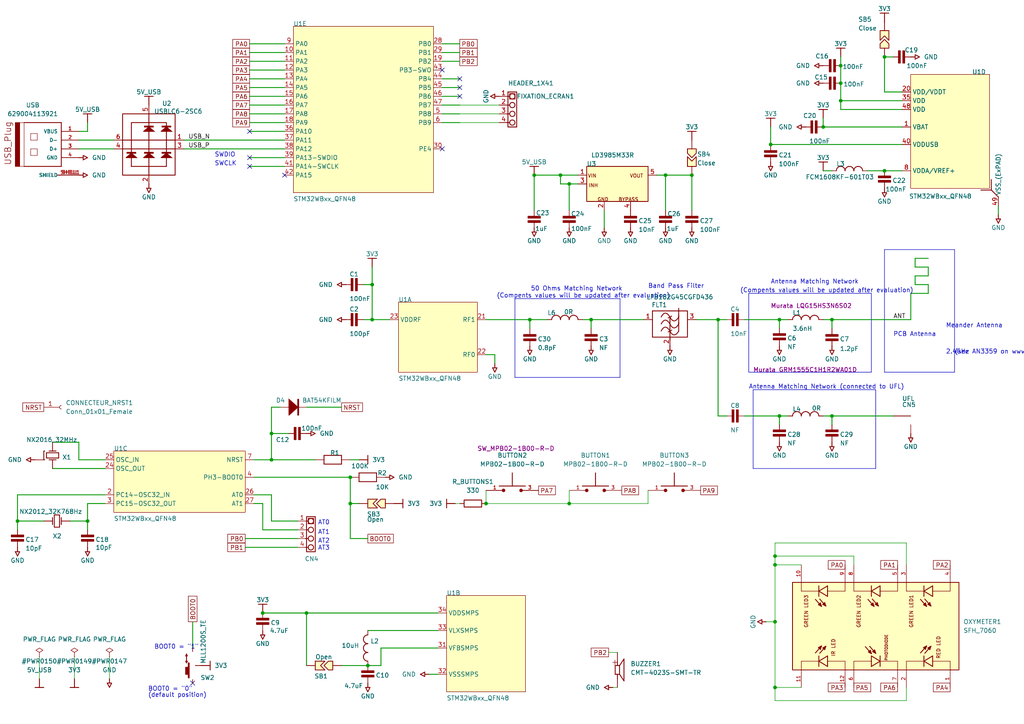
<source format=kicad_sch>
(kicad_sch (version 20211123) (generator eeschema)
  (paper "A4")
  (title_block (title "STM32WB55CG USB Dongle Schematic"))
  (junction (at 5.08 151.13))
  (junction (at 101.6 146.05))
  (junction (at 224.79 180.34))
  (junction (at 106.68 193.04))
  (junction (at 153.67 92.71))
  (junction (at 78.74 133.35))
  (junction (at 76.2 177.8))
  (junction (at 241.3 92.71))
  (junction (at 243.84 29.21))
  (junction (at 162.56 50.8))
  (junction (at 256.54 49.53))
  (junction (at 256.54 16.51))
  (junction (at 154.94 50.8))
  (junction (at 88.9 177.8))
  (junction (at 107.95 82.55))
  (junction (at 224.79 199.39))
  (junction (at 241.3 120.65))
  (junction (at 224.79 163.83))
  (junction (at 165.1 53.34))
  (junction (at 224.79 161.29))
  (junction (at 200.66 50.8))
  (junction (at 226.06 92.71))
  (junction (at 226.06 120.65))
  (junction (at 140.97 146.05))
  (junction (at 171.45 92.71))
  (junction (at 193.04 50.8))
  (junction (at 165.1 146.05))
  (junction (at 101.6 138.43))
  (junction (at 238.76 36.83))
  (junction (at 243.84 24.13))
  (junction (at 78.74 125.73))
  (junction (at 223.52 41.91))
  (junction (at 243.84 19.05))
  (junction (at 107.95 92.71))
  (junction (at 208.28 92.71))
  (junction (at 25.4 151.13))
  (no_connect (at 55.88 198.12))
  (no_connect (at 133.35 22.86))
  (no_connect (at 128.27 43.18))
  (no_connect (at 72.39 38.1))
  (no_connect (at 128.27 20.32))
  (no_connect (at 72.39 45.72))
  (no_connect (at 133.35 27.94))
  (no_connect (at 72.39 48.26))
  (no_connect (at 82.55 50.8))
  (no_connect (at 133.35 25.4))
  (wire (pts (xy 256.54 16.51) (xy 256.54 26.67)) (stroke (width 0.254)))
  (wire (pts (xy 106.68 156.21) (xy 101.6 156.21)) (stroke (width 0.254)))
  (polyline (pts (xy 276.86 72.39) (xy 256.54 72.39)) (stroke (width 0) (type solid)))
  (wire (pts (xy 153.67 95.25) (xy 153.67 92.71)) (stroke (width 0.254)))
  (wire (pts (xy 76.2 177.8) (xy 88.9 177.8)) (stroke (width 0.254)))
  (wire (pts (xy 106.68 182.88) (xy 127 182.88)) (stroke (width 0.254)))
  (wire (pts (xy 154.94 50.8) (xy 154.94 60.96)) (stroke (width 0.254)))
  (wire (pts (xy 107.95 82.55) (xy 105.41 82.55)) (stroke (width 0.254)))
  (wire (pts (xy 128.27 33.02) (xy 133.35 33.02)) (stroke (width 0.254)))
  (polyline (pts (xy 218.44 135.89) (xy 254 135.89)) (stroke (width 0) (type solid)))
  (wire (pts (xy 215.9 120.65) (xy 226.06 120.65)) (stroke (width 0.254)))
  (wire (pts (xy 140.97 146.05) (xy 165.1 146.05)))
  (wire (pts (xy 224.79 161.29) (xy 224.79 163.83)))
  (polyline (pts (xy 217.17 107.95) (xy 252.73 107.95)) (stroke (width 0) (type solid)))
  (wire (pts (xy 72.39 38.1) (xy 82.55 38.1)) (stroke (width 0.254)))
  (wire (pts (xy 133.35 33.02) (xy 144.78 33.02)))
  (wire (pts (xy 128.27 35.56) (xy 133.35 35.56)) (stroke (width 0.254)))
  (wire (pts (xy 262.89 157.48) (xy 224.79 157.48)))
  (wire (pts (xy 82.55 48.26) (xy 72.39 48.26)) (stroke (width 0.254)))
  (wire (pts (xy 222.25 180.34) (xy 224.79 180.34)))
  (wire (pts (xy 261.62 41.91) (xy 223.52 41.91)) (stroke (width 0.254)))
  (wire (pts (xy 247.65 161.29) (xy 224.79 161.29)))
  (wire (pts (xy 269.24 82.55) (xy 265.43 82.55)) (stroke (width 0.254)))
  (wire (pts (xy 133.35 30.48) (xy 144.78 30.48)))
  (wire (pts (xy 223.52 41.91) (xy 223.52 36.83)) (stroke (width 0.254)))
  (wire (pts (xy 78.74 143.51) (xy 73.66 143.51)) (stroke (width 0.254)))
  (wire (pts (xy 262.89 163.83) (xy 262.89 157.48)))
  (wire (pts (xy 5.08 151.13) (xy 5.08 143.51)) (stroke (width 0.254)))
  (wire (pts (xy 187.96 146.05) (xy 187.96 142.24)))
  (wire (pts (xy 171.45 95.25) (xy 171.45 92.71)) (stroke (width 0.254)))
  (wire (pts (xy 128.27 15.24) (xy 133.35 15.24)) (stroke (width 0.254)))
  (wire (pts (xy 226.06 95.25) (xy 226.06 92.71)) (stroke (width 0.254)))
  (wire (pts (xy 269.24 85.09) (xy 269.24 82.55)) (stroke (width 0.254)))
  (wire (pts (xy 224.79 199.39) (xy 224.79 203.2)))
  (wire (pts (xy 208.28 120.65) (xy 208.28 92.71)) (stroke (width 0.254)))
  (wire (pts (xy 78.74 118.11) (xy 78.74 125.73)) (stroke (width 0.254)))
  (wire (pts (xy 167.64 50.8) (xy 162.56 50.8)) (stroke (width 0.254)))
  (wire (pts (xy 30.48 133.35) (xy 22.86 133.35)) (stroke (width 0.254)))
  (wire (pts (xy 165.1 146.05) (xy 187.96 146.05)))
  (wire (pts (xy 30.48 146.05) (xy 25.4 146.05)) (stroke (width 0.254)))
  (wire (pts (xy 140.97 142.24) (xy 140.97 146.05)))
  (wire (pts (xy 241.3 95.25) (xy 241.3 92.71)) (stroke (width 0.254)))
  (wire (pts (xy 128.27 27.94) (xy 133.35 27.94)) (stroke (width 0.254)))
  (wire (pts (xy 224.79 163.83) (xy 224.79 180.34)))
  (polyline (pts (xy 149.352 109.474) (xy 179.832 109.474)) (stroke (width 0) (type solid)))
  (wire (pts (xy 72.39 33.02) (xy 82.55 33.02)) (stroke (width 0.254)))
  (wire (pts (xy 241.3 49.53) (xy 238.76 49.53)) (stroke (width 0.254)))
  (polyline (pts (xy 218.44 135.89) (xy 218.44 113.03)) (stroke (width 0) (type solid)))
  (wire (pts (xy 243.84 19.05) (xy 243.84 16.51)) (stroke (width 0.254)))
  (wire (pts (xy 226.06 92.71) (xy 228.6 92.71)) (stroke (width 0.254)))
  (wire (pts (xy 91.44 133.35) (xy 78.74 133.35)) (stroke (width 0.254)))
  (wire (pts (xy 243.84 24.13) (xy 243.84 19.05)) (stroke (width 0.254)))
  (wire (pts (xy 78.74 133.35) (xy 73.66 133.35)) (stroke (width 0.254)))
  (wire (pts (xy 226.06 123.19) (xy 226.06 120.65)) (stroke (width 0.254)))
  (wire (pts (xy 140.97 92.71) (xy 153.67 92.71)) (stroke (width 0.254)))
  (wire (pts (xy 30.48 135.89) (xy 15.24 135.89)) (stroke (width 0.254)))
  (wire (pts (xy 72.39 25.4) (xy 82.55 25.4)) (stroke (width 0.254)))
  (wire (pts (xy 71.12 156.21) (xy 86.36 156.21)) (stroke (width 0.254)))
  (wire (pts (xy 33.02 43.18) (xy 22.86 43.18)) (stroke (width 0.254)))
  (wire (pts (xy 133.35 35.56) (xy 144.78 35.56)))
  (wire (pts (xy 25.4 151.13) (xy 20.32 151.13)) (stroke (width 0.254)))
  (wire (pts (xy 72.39 15.24) (xy 82.55 15.24)) (stroke (width 0.254)))
  (wire (pts (xy 124.46 195.58) (xy 127 195.58)) (stroke (width 0.254)))
  (wire (pts (xy 168.91 92.71) (xy 171.45 92.71)) (stroke (width 0.254)))
  (wire (pts (xy 153.67 92.71) (xy 158.75 92.71)) (stroke (width 0.254)))
  (wire (pts (xy 5.08 153.67) (xy 5.08 151.13)) (stroke (width 0.254)))
  (polyline (pts (xy 254 113.03) (xy 254 135.89)) (stroke (width 0) (type solid)))
  (wire (pts (xy 25.4 35.56) (xy 25.4 38.1)) (stroke (width 0.254)))
  (wire (pts (xy 261.62 49.53) (xy 256.54 49.53)) (stroke (width 0.254)))
  (wire (pts (xy 232.41 163.83) (xy 224.79 163.83)))
  (wire (pts (xy 238.76 36.83) (xy 238.76 34.29)) (stroke (width 0.254)))
  (wire (pts (xy 210.82 120.65) (xy 208.28 120.65)) (stroke (width 0.254)))
  (wire (pts (xy 165.1 60.96) (xy 165.1 53.34)) (stroke (width 0.254)))
  (wire (pts (xy 243.84 29.21) (xy 243.84 24.13)) (stroke (width 0.254)))
  (wire (pts (xy 81.28 118.11) (xy 78.74 118.11)) (stroke (width 0.254)))
  (wire (pts (xy 269.24 77.47) (xy 265.43 77.47)) (stroke (width 0.254)))
  (wire (pts (xy 86.36 151.13) (xy 78.74 151.13)) (stroke (width 0.254)))
  (wire (pts (xy 107.95 82.55) (xy 107.95 92.71)) (stroke (width 0.254)))
  (wire (pts (xy 162.56 53.34) (xy 162.56 50.8)) (stroke (width 0.254)))
  (wire (pts (xy 106.68 193.04) (xy 99.06 193.04)) (stroke (width 0.254)))
  (wire (pts (xy 101.6 156.21) (xy 101.6 146.05)) (stroke (width 0.254)))
  (wire (pts (xy 128.27 17.78) (xy 133.35 17.78)) (stroke (width 0.254)))
  (wire (pts (xy 140.97 102.87) (xy 143.51 102.87)) (stroke (width 0.254)))
  (polyline (pts (xy 256.54 107.95) (xy 256.54 72.39)) (stroke (width 0) (type solid)))
  (wire (pts (xy 107.95 92.71) (xy 113.03 92.71)) (stroke (width 0.254)))
  (wire (pts (xy 261.62 31.75) (xy 243.84 31.75)) (stroke (width 0.254)))
  (wire (pts (xy 265.43 80.01) (xy 269.24 80.01)) (stroke (width 0.254)))
  (wire (pts (xy 128.27 30.48) (xy 133.35 30.48)) (stroke (width 0.254)))
  (polyline (pts (xy 252.73 85.09) (xy 252.73 107.95)) (stroke (width 0) (type solid)))
  (wire (pts (xy 256.54 26.67) (xy 261.62 26.67)) (stroke (width 0.254)))
  (wire (pts (xy 73.66 146.05) (xy 76.2 146.05)) (stroke (width 0.254)))
  (wire (pts (xy 165.1 146.05) (xy 165.1 142.24)))
  (wire (pts (xy 241.3 92.71) (xy 264.16 92.71)) (stroke (width 0.254)))
  (polyline (pts (xy 149.352 109.474) (xy 149.352 86.614)) (stroke (width 0) (type solid)))
  (wire (pts (xy 167.64 53.34) (xy 165.1 53.34)) (stroke (width 0.254)))
  (wire (pts (xy 88.9 118.11) (xy 99.06 118.11)) (stroke (width 0.254)))
  (wire (pts (xy 264.16 85.09) (xy 269.24 85.09)) (stroke (width 0.254)))
  (polyline (pts (xy 254 113.03) (xy 218.44 113.03)) (stroke (width 0) (type solid)))
  (wire (pts (xy 107.95 92.71) (xy 105.41 92.71)) (stroke (width 0.254)))
  (wire (pts (xy 88.9 177.8) (xy 127 177.8)) (stroke (width 0.254)))
  (wire (pts (xy 215.9 92.71) (xy 226.06 92.71)) (stroke (width 0.254)))
  (wire (pts (xy 241.3 123.19) (xy 241.3 120.65)) (stroke (width 0.254)))
  (wire (pts (xy 226.06 120.65) (xy 228.6 120.65)) (stroke (width 0.254)))
  (wire (pts (xy 269.24 80.01) (xy 269.24 77.47)) (stroke (width 0.254)))
  (wire (pts (xy 101.6 146.05) (xy 101.6 138.43)) (stroke (width 0.254)))
  (wire (pts (xy 190.5 50.8) (xy 193.04 50.8)) (stroke (width 0.254)))
  (wire (pts (xy 104.14 146.05) (xy 101.6 146.05)) (stroke (width 0.254)))
  (wire (pts (xy 12.7 151.13) (xy 5.08 151.13)) (stroke (width 0.254)))
  (wire (pts (xy 25.4 146.05) (xy 25.4 151.13)) (stroke (width 0.254)))
  (wire (pts (xy 128.27 12.7) (xy 133.35 12.7)) (stroke (width 0.254)))
  (polyline (pts (xy 256.54 107.95) (xy 276.86 107.95)) (stroke (width 0) (type solid)))
  (wire (pts (xy 128.27 22.86) (xy 133.35 22.86)) (stroke (width 0.254)))
  (wire (pts (xy 243.84 31.75) (xy 243.84 29.21)) (stroke (width 0.254)))
  (wire (pts (xy 25.4 38.1) (xy 22.86 38.1)) (stroke (width 0.254)))
  (wire (pts (xy 25.4 151.13) (xy 25.4 153.67)) (stroke (width 0.254)))
  (wire (pts (xy 72.39 12.7) (xy 82.55 12.7)) (stroke (width 0.254)))
  (wire (pts (xy 22.86 133.35) (xy 22.86 128.27)) (stroke (width 0.254)))
  (wire (pts (xy 101.6 133.35) (xy 104.14 133.35)) (stroke (width 0.254)))
  (wire (pts (xy 132.08 146.05) (xy 133.35 146.05)))
  (wire (pts (xy 262.89 203.2) (xy 224.79 203.2)))
  (wire (pts (xy 261.62 36.83) (xy 238.76 36.83)) (stroke (width 0.254)))
  (wire (pts (xy 289.56 62.23) (xy 289.56 59.69)) (stroke (width 0.254)))
  (wire (pts (xy 171.45 92.71) (xy 186.69 92.71)) (stroke (width 0.254)))
  (wire (pts (xy 21.59 190.5) (xy 21.59 196.85)))
  (wire (pts (xy 72.39 22.86) (xy 82.55 22.86)) (stroke (width 0.254)))
  (wire (pts (xy 261.62 29.21) (xy 243.84 29.21)) (stroke (width 0.254)))
  (wire (pts (xy 193.04 50.8) (xy 200.66 50.8)) (stroke (width 0.254)))
  (wire (pts (xy 224.79 180.34) (xy 224.79 199.39)))
  (wire (pts (xy 127 187.96) (xy 110.49 187.96)) (stroke (width 0.254)))
  (wire (pts (xy 128.27 25.4) (xy 133.35 25.4)) (stroke (width 0.254)))
  (wire (pts (xy 238.76 92.71) (xy 241.3 92.71)) (stroke (width 0.254)))
  (polyline (pts (xy 276.86 72.39) (xy 276.86 107.95)) (stroke (width 0) (type solid)))
  (wire (pts (xy 177.8 199.39) (xy 179.07 199.39)))
  (wire (pts (xy 201.93 92.71) (xy 208.28 92.71)) (stroke (width 0.254)))
  (wire (pts (xy 72.39 27.94) (xy 82.55 27.94)) (stroke (width 0.254)))
  (wire (pts (xy 83.82 125.73) (xy 78.74 125.73)) (stroke (width 0.254)))
  (wire (pts (xy 175.26 60.96) (xy 175.26 66.04)) (stroke (width 0.254)))
  (wire (pts (xy 256.54 49.53) (xy 251.46 49.53)) (stroke (width 0.254)))
  (wire (pts (xy 265.43 82.55) (xy 265.43 80.01)) (stroke (width 0.254)))
  (wire (pts (xy 107.95 77.47) (xy 107.95 82.55)) (stroke (width 0.254)))
  (wire (pts (xy 76.2 146.05) (xy 76.2 153.67)) (stroke (width 0.254)))
  (wire (pts (xy 265.43 74.93) (xy 269.24 74.93)) (stroke (width 0.254)))
  (polyline (pts (xy 179.832 86.614) (xy 179.832 109.474)) (stroke (width 0) (type solid)))
  (wire (pts (xy 241.3 120.65) (xy 259.08 120.65)) (stroke (width 0.254)))
  (wire (pts (xy 247.65 163.83) (xy 247.65 161.29)))
  (wire (pts (xy 55.88 180.34) (xy 55.88 187.96)) (stroke (width 0.254)))
  (wire (pts (xy 176.53 189.23) (xy 179.07 189.23)))
  (wire (pts (xy 72.39 17.78) (xy 82.55 17.78)) (stroke (width 0.254)))
  (polyline (pts (xy 217.17 107.95) (xy 217.17 85.09)) (stroke (width 0) (type solid)))
  (wire (pts (xy 208.28 92.71) (xy 210.82 92.71)) (stroke (width 0.254)))
  (wire (pts (xy 224.79 199.39) (xy 232.41 199.39)))
  (wire (pts (xy 265.43 77.47) (xy 265.43 74.93)) (stroke (width 0.254)))
  (wire (pts (xy 193.04 60.96) (xy 193.04 50.8)) (stroke (width 0.254)))
  (wire (pts (xy 200.66 60.96) (xy 200.66 50.8)) (stroke (width 0.254)))
  (wire (pts (xy 165.1 53.34) (xy 162.56 53.34)) (stroke (width 0.254)))
  (wire (pts (xy 162.56 50.8) (xy 154.94 50.8)) (stroke (width 0.254)))
  (wire (pts (xy 72.39 35.56) (xy 82.55 35.56)) (stroke (width 0.254)))
  (wire (pts (xy 264.16 92.71) (xy 264.16 85.09)) (stroke (width 0.254)))
  (wire (pts (xy 262.89 199.39) (xy 262.89 203.2)))
  (wire (pts (xy 88.9 193.04) (xy 88.9 177.8)) (stroke (width 0.254)))
  (wire (pts (xy 22.86 128.27) (xy 15.24 128.27)) (stroke (width 0.254)))
  (wire (pts (xy 53.34 43.18) (xy 82.55 43.18)) (stroke (width 0.254)))
  (wire (pts (xy 31.75 190.5) (xy 31.75 196.85)))
  (wire (pts (xy 110.49 193.04) (xy 106.68 193.04)) (stroke (width 0.254)))
  (wire (pts (xy 143.51 102.87) (xy 143.51 105.41)) (stroke (width 0.254)))
  (wire (pts (xy 110.49 187.96) (xy 110.49 193.04)) (stroke (width 0.254)))
  (wire (pts (xy 101.6 138.43) (xy 73.66 138.43)) (stroke (width 0.254)))
  (wire (pts (xy 72.39 20.32) (xy 82.55 20.32)) (stroke (width 0.254)))
  (polyline (pts (xy 252.73 85.09) (xy 217.17 85.09)) (stroke (width 0) (type solid)))
  (wire (pts (xy 72.39 30.48) (xy 82.55 30.48)) (stroke (width 0.254)))
  (wire (pts (xy 53.34 40.64) (xy 82.55 40.64)) (stroke (width 0.254)))
  (wire (pts (xy 78.74 125.73) (xy 78.74 133.35)) (stroke (width 0.254)))
  (wire (pts (xy 238.76 120.65) (xy 241.3 120.65)) (stroke (width 0.254)))
  (polyline (pts (xy 179.832 86.614) (xy 149.352 86.614)) (stroke (width 0) (type solid)))
  (wire (pts (xy 5.08 143.51) (xy 30.48 143.51)) (stroke (width 0.254)))
  (wire (pts (xy 259.08 16.51) (xy 256.54 16.51)) (stroke (width 0.254)))
  (wire (pts (xy 11.43 190.5) (xy 11.43 196.85)))
  (wire (pts (xy 72.39 45.72) (xy 82.55 45.72)) (stroke (width 0.254)))
  (wire (pts (xy 78.74 151.13) (xy 78.74 143.51)) (stroke (width 0.254)))
  (wire (pts (xy 76.2 153.67) (xy 86.36 153.67)) (stroke (width 0.254)))
  (wire (pts (xy 22.86 40.64) (xy 33.02 40.64)) (stroke (width 0.254)))
  (wire (pts (xy 71.12 158.75) (xy 86.36 158.75)) (stroke (width 0.254)))
  (wire (pts (xy 224.79 157.48) (xy 224.79 161.29)))
  (text "(Compents values will be updated after evaluation)" (at 214.63 85.09 0) (effects (font (size 1.27 1.27)) (justify left bottom)))
  (text "AT3" (at 92.202 159.766 180) (effects (font (size 1.27 1.27)) (justify left bottom)))
  (text "Band Pass Filter" (at 187.96 83.82 180) (effects (font (size 1.27 1.27)) (justify left bottom)))
  (text "PCB Antenna" (at 259.08 97.79 180) (effects (font (size 1.27 1.27)) (justify left bottom)))
  (text "SWDIO" (at 62.23 45.72 180) (effects (font (size 1.27 1.27)) (justify left bottom)))
  (text "(default position)" (at 42.926 202.438 180) (effects (font (size 1.27 1.27)) (justify left bottom)))
  (text "AT0" (at 92.202 152.4 180) (effects (font (size 1.27 1.27)) (justify left bottom)))
  (text "Antenna Matching Network" (at 223.52 82.55 180) (effects (font (size 1.27 1.27)) (justify left bottom)))
  (text "Antenna Matching Network (connected to UFL)" (at 217.17 113.03 180) (effects (font (size 1.27 1.27)) (justify left bottom)))
  (text "AT1" (at 92.202 155.194 180) (effects (font (size 1.27 1.27)) (justify left bottom)))
  (text "(see AN3359 on www.st.com)" (at 276.86 102.87 180) (effects (font (size 1.27 1.27)) (justify left bottom)))
  (text "2.4GHz" (at 274.32 102.87 180) (effects (font (size 1.27 1.27)) (justify left bottom)))
  (text "BOOT0 = \"0\"" (at 42.926 200.66 180) (effects (font (size 1.27 1.27)) (justify left bottom)))
  (text "50 Ohms Matching Network" (at 153.924 84.582 180) (effects (font (size 1.27 1.27)) (justify left bottom)))
  (text "AT2" (at 92.202 157.734 180) (effects (font (size 1.27 1.27)) (justify left bottom)))
  (text "BOOT0 = \"1\"" (at 44.704 188.468 180) (effects (font (size 1.27 1.27)) (justify left bottom)))
  (text "SWCLK" (at 62.23 48.26 180) (effects (font (size 1.27 1.27)) (justify left bottom)))
  (text "Meander Antenna" (at 274.32 95.25 180) (effects (font (size 1.27 1.27)) (justify left bottom)))
  (text "(Compents values will be updated after evaluation)" (at 144.018 86.614 0) (effects (font (size 1.27 1.27)) (justify left bottom)))
  (label "ANT" (at 259.08 92.71 0))
  (label "USB_P" (at 54.61 43.18 0))
  (label "USB_N" (at 54.61 40.64 0))
  (global_label "PA4" (shape passive) (at 275.59 199.39 180) (property "Intersheet References" "${INTERSHEET_REFS}" (effects hide)))
  (global_label "NRST" (shape passive) (at 99.06 118.11 0) (property "Intersheet References" "${INTERSHEET_REFS}" (effects hide)))
  (global_label "PA8" (shape passive) (at 180.34 142.24 0) (property "Intersheet References" "${INTERSHEET_REFS}" (effects hide)))
  (global_label "PA1" (shape passive) (at 72.39 15.24 180) (property "Intersheet References" "${INTERSHEET_REFS}" (effects hide)))
  (global_label "PA7" (shape passive) (at 72.39 30.48 180) (property "Intersheet References" "${INTERSHEET_REFS}" (effects hide)))
  (global_label "PA9" (shape passive) (at 72.39 35.56 180) (property "Intersheet References" "${INTERSHEET_REFS}" (effects hide)))
  (global_label "PB1" (shape passive) (at 133.35 15.24 0) (property "Intersheet References" "${INTERSHEET_REFS}" (effects hide)))
  (global_label "PA3" (shape passive) (at 72.39 20.32 180) (property "Intersheet References" "${INTERSHEET_REFS}" (effects hide)))
  (global_label "PA5" (shape passive) (at 247.65 199.39 0) (property "Intersheet References" "${INTERSHEET_REFS}" (effects hide)))
  (global_label "PA2" (shape passive) (at 72.39 17.78 180) (property "Intersheet References" "${INTERSHEET_REFS}" (effects hide)))
  (global_label "PB2" (shape passive) (at 133.35 17.78 0) (property "Intersheet References" "${INTERSHEET_REFS}" (effects hide)))
  (global_label "PB0" (shape passive) (at 71.12 156.21 180) (property "Intersheet References" "${INTERSHEET_REFS}" (effects hide)))
  (global_label "PB2" (shape passive) (at 176.53 189.23 180) (property "Intersheet References" "${INTERSHEET_REFS}" (effects hide)))
  (global_label "PA4" (shape passive) (at 72.39 22.86 180) (property "Intersheet References" "${INTERSHEET_REFS}" (effects hide)))
  (global_label "BOOT0" (shape passive) (at 55.88 180.34 90) (property "Intersheet References" "${INTERSHEET_REFS}" (effects hide)))
  (global_label "PA9" (shape passive) (at 203.2 142.24 0) (property "Intersheet References" "${INTERSHEET_REFS}" (effects hide)))
  (global_label "PA6" (shape passive) (at 72.39 27.94 180) (property "Intersheet References" "${INTERSHEET_REFS}" (effects hide)))
  (global_label "PB1" (shape passive) (at 71.12 158.75 180) (property "Intersheet References" "${INTERSHEET_REFS}" (effects hide)))
  (global_label "PA0" (shape passive) (at 245.11 163.83 180) (property "Intersheet References" "${INTERSHEET_REFS}" (effects hide)))
  (global_label "BOOT0" (shape passive) (at 106.68 156.21 0) (property "Intersheet References" "${INTERSHEET_REFS}" (effects hide)))
  (global_label "PA0" (shape passive) (at 72.39 12.7 180) (property "Intersheet References" "${INTERSHEET_REFS}" (effects hide)))
  (global_label "PA1" (shape passive) (at 260.35 163.83 180) (property "Intersheet References" "${INTERSHEET_REFS}" (effects hide)))
  (global_label "PA8" (shape passive) (at 72.39 33.02 180) (property "Intersheet References" "${INTERSHEET_REFS}" (effects hide)))
  (global_label "PA3" (shape passive) (at 245.11 199.39 180) (property "Intersheet References" "${INTERSHEET_REFS}" (effects hide)))
  (global_label "PA7" (shape passive) (at 156.21 142.24 0) (property "Intersheet References" "${INTERSHEET_REFS}" (effects hide)))
  (global_label "PA5" (shape passive) (at 72.39 25.4 180) (property "Intersheet References" "${INTERSHEET_REFS}" (effects hide)))
  (global_label "PB0" (shape passive) (at 133.35 12.7 0) (property "Intersheet References" "${INTERSHEET_REFS}" (effects hide)))
  (global_label "PA2" (shape passive) (at 275.59 163.83 180) (property "Intersheet References" "${INTERSHEET_REFS}" (effects hide)))
  (global_label "PA6" (shape passive) (at 260.35 199.39 180) (property "Intersheet References" "${INTERSHEET_REFS}" (effects hide)))
  (global_label "NRST" (shape passive) (at 12.7 118.11 180) (property "Intersheet References" "${INTERSHEET_REFS}" (effects hide)))
  (symbol (lib_id "test-altium-import:0_RES") (at 104.14 135.89 0) (unit 1)
    (property "Reference" "R2" (at 109.474 137.922 0) (effects (justify left bottom)))
    (property "Value" "10K" (at 108.966 141.986 0) (effects (justify left bottom)))
    (property "Footprint" "0402_RES" (effects hide))
  )
  (symbol (lib_id "test-altium-import:0_CAP_NPOL") (at 238.76 123.19 0) (unit 1)
    (property "Reference" "C29" (at 243.586 126.746 0) (effects (justify left bottom)))
    (property "Value" "NF" (at 243.586 129.286 0) (effects (justify left bottom)))
    (property "Footprint" "0402_CAP_NPOL" (effects hide))
  )
  (symbol (lib_id "test-altium-import:0_CAP_NPOL") (at 104.14 193.04 0) (unit 1)
    (property "Reference" "C10" (at 108.966 196.596 0) (effects (justify left bottom)))
    (property "Value" "4.7uF" (at 99.822 199.644 0) (effects (justify left bottom)))
    (property "Footprint" "0402_CAP_NPOL" (effects hide))
  )
  (symbol (lib_id "test-altium-import:GND") (at 238.76 19.05 270) (unit 1)
    (property "Reference" "#PWR0112" (effects hide))
    (property "Value" "GND" (at 234.95 19.05 90) (effects (justify right)))
  )
  (symbol (lib_id "test-altium-import:GND") (at 22.86 45.72 90) (unit 1)
    (property "Reference" "#PWR0135" (effects hide))
    (property "Value" "GND" (at 26.67 45.72 90) (effects (justify right)))
  )
  (symbol (lib_id "test-altium-import:0_mirrored_UFL") (at 264.16 120.65 0) (unit 1)
    (property "Reference" "CN5" (at 261.62 118.11 0) (effects (justify left bottom)))
    (property "Value" "UFL" (at 261.62 116.332 0) (effects (justify left bottom)))
    (property "Footprint" "UFL" (effects hide))
  )
  (symbol (lib_id "test-altium-import:2_CAP_NPOL") (at 167.64 66.04 0) (unit 1)
    (property "Reference" "C24" (at 165.608 62.738 0) (effects (justify left bottom)))
    (property "Value" "100nF" (at 165.608 67.056 0) (effects (justify left bottom)))
    (property "Footprint" "0402_CAP_NPOL" (effects hide))
  )
  (symbol (lib_id "test-altium-import:0_mirrored_HEADER_1X4") (at 83.82 158.75 0) (unit 1)
    (property "Reference" "CN4" (at 88.392 162.814 0) (effects (justify left bottom)))
    (property "Value" "HEADER_1X4" (effects hide))
    (property "Footprint" "SIL4_127_B" (effects hide))
  )
  (symbol (lib_id "test-altium-import:2_CAP_NPOL") (at 173.99 100.33 0) (unit 1)
    (property "Reference" "C3" (at 173.736 99.06 0) (effects (justify left bottom)))
    (property "Value" "NF" (at 173.736 101.6 0) (effects (justify left bottom)))
    (property "Footprint" "0402_CAP_NPOL" (effects hide))
  )
  (symbol (lib_id "test-altium-import:0_LFB182G45CGFD436") (at 194.31 92.71 0) (unit 1)
    (property "Reference" "FLT1" (at 188.976 89.154 0) (effects (justify left bottom)))
    (property "Value" "LFB182G45CGFD436" (at 187.452 86.868 0) (effects (justify left bottom)))
    (property "Footprint" "LFB182G45CGFD436" (effects hide))
  )
  (symbol (lib_id "test-altium-import:3V3") (at 76.2 177.8 180) (unit 1)
    (property "Reference" "#PWR0127" (effects hide))
    (property "Value" "3V3" (at 76.2 173.99 0))
  )
  (symbol (lib_id "test-altium-import:GND") (at 175.26 66.04 0) (unit 1)
    (property "Reference" "#PWR0118" (effects hide))
    (property "Value" "GND" (at 175.26 69.85 0))
  )
  (symbol (lib_id "test-altium-import:3V3") (at 238.76 49.53 180) (unit 1)
    (property "Reference" "#PWR0110" (effects hide))
    (property "Value" "3V3" (at 238.76 45.72 0))
  )
  (symbol (lib_id "test-altium-import:0_Strap2") (at 106.68 143.51 0) (unit 1)
    (property "Reference" "SB3" (at 106.426 149.86 0) (effects (justify left bottom)))
    (property "Value" "Open" (at 106.426 151.384 0) (effects (justify left bottom)))
    (property "Footprint" "SB-tiny" (effects hide))
    (property "PUBLISHED" "24-Mar-1999" (effects hide))
    (property "REVISION" "July-2002: Re-released for DXP Platform." (effects hide))
    (property "PUBLISHER" "Altium Limited" (effects hide))
    (property "SOLDER" "YES" (effects hide))
  )
  (symbol (lib_id "test-altium-import:2_CAP_NPOL") (at 243.84 100.33 0) (unit 1)
    (property "Reference" "C7" (at 243.586 99.06 0) (effects (justify left bottom)))
    (property "Value" "1.2pF" (at 243.586 101.854 0) (effects (justify left bottom)))
    (property "Footprint" "0402_CAP_NPOL" (effects hide))
    (property "FITTED" "Fitted" (effects hide))
    (property "REF" "Murata GRM1555C1H1R2WA01D" (at 218.44 107.95 0) (effects (justify left bottom)))
  )
  (symbol (lib_id "test-altium-import:GND") (at 165.1 66.04 0) (unit 1)
    (property "Reference" "#PWR0119" (effects hide))
    (property "Value" "GND" (at 165.1 69.85 0))
  )
  (symbol (lib_id "test-altium-import:GND") (at 241.3 128.27 0) (unit 1)
    (property "Reference" "#PWR0123" (effects hide))
    (property "Value" "GND" (at 241.3 132.08 0))
  )
  (symbol (lib_id "test-altium-import:0_STM32WBxx_QFN48") (at 105.41 7.62 0) (unit 5)
    (property "Reference" "U1" (at 85.09 7.62 0) (effects (justify left bottom)))
    (property "Value" "STM32WBxx_QFN48" (at 85.09 58.42 0) (effects (justify left bottom)))
    (property "Footprint" "STM32WBxx_QFN48" (effects hide))
  )
  (symbol (lib_id "Connector:Conn_01x01_Female") (at 17.78 118.11 0) (unit 1)
    (property "Reference" "CONNECTEUR_NRST1" (at 19.05 116.8399 0) (effects (justify left)))
    (property "Value" "Conn_01x01_Female" (at 19.05 119.3799 0) (effects (justify left)))
    (property "Footprint" "Connector_PinHeader_2.54mm:PinHeader_1x01_P2.54mm_Vertical" (effects hide))
  )
  (symbol (lib_id "test-altium-import:GND") (at 264.16 125.73 0) (unit 1)
    (property "Reference" "#PWR0125" (effects hide))
    (property "Value" "GND" (at 264.16 129.54 0))
  )
  (symbol (lib_id "test-altium-import:GND") (at 111.76 138.43 90) (unit 1)
    (property "Reference" "#PWR0148" (effects hide))
    (property "Value" "GND" (at 115.57 138.43 90) (effects (justify right)))
  )
  (symbol (lib_id "test-altium-import:1_INDUCTOR_SMD_STDL") (at 231.14 123.19 0) (unit 1)
    (property "Reference" "L4" (at 229.87 119.38 0) (effects (justify left bottom)))
    (property "Value" "0R" (at 235.458 119.126 0) (effects (justify left bottom)))
    (property "Footprint" "0402_COIL" (effects hide))
  )
  (symbol (lib_id "test-altium-import:5V_USB") (at 11.43 196.85 0) (unit 1)
    (property "Reference" "#PWR0150" (at 11.43 191.77 0))
    (property "Value" "5V_USB" (at 11.43 194.31 0))
  )
  (symbol (lib_id "test-altium-import:1_CAP_NPOL") (at 259.08 19.05 0) (unit 1)
    (property "Reference" "C19" (at 262.382 15.24 0) (effects (justify left bottom)))
    (property "Value" "100nF" (at 262.89 19.812 0) (effects (justify left bottom)))
    (property "Footprint" "0402_CAP_NPOL" (effects hide))
  )
  (symbol (lib_id "test-altium-import:GND") (at 241.3 100.33 0) (unit 1)
    (property "Reference" "#PWR0124" (effects hide))
    (property "Value" "GND" (at 241.3 104.14 0))
  )
  (symbol (lib_id "MPB02-1B00-R-D:MPB02-1B00-R-D") (at 148.59 142.24 0) (unit 1)
    (property "Reference" "BUTTON2" (at 148.59 132.08 0))
    (property "Value" "MPB02-1B00-R-D" (at 148.59 134.62 0))
    (property "Footprint" "SW_MPB02-1B00-R-D" (at 138.43 130.81 0) (effects (justify left bottom)))
    (property "MAXIMUM_PACKAGE_HEIGHT" "6.2mm" (effects hide))
    (property "STANDARD" "Manufacturer Recommendations" (effects hide))
    (property "PARTREV" "1.0" (effects hide))
    (property "MANUFACTURER" "CUI Devices" (effects hide))
  )
  (symbol (lib_id "test-altium-import:3V3") (at 256.54 6.35 180) (unit 1)
    (property "Reference" "#PWR0108" (effects hide))
    (property "Value" "3V3" (at 256.54 2.54 0))
  )
  (symbol (lib_id "test-altium-import:GND") (at 171.45 100.33 0) (unit 1)
    (property "Reference" "#PWR0158" (effects hide))
    (property "Value" "GND" (at 171.45 104.14 0))
  )
  (symbol (lib_id "test-altium-import:GND") (at 106.68 198.12 0) (unit 1)
    (property "Reference" "#PWR0128" (effects hide))
    (property "Value" "GND" (at 106.68 201.93 0))
  )
  (symbol (lib_id "test-altium-import:3_CAP_NPOL") (at 243.84 16.51 0) (unit 1)
    (property "Reference" "C16" (at 236.474 17.018 0) (effects (justify left bottom)))
    (property "Value" "100nF" (at 244.348 20.066 0) (effects (justify left bottom)))
    (property "Footprint" "0402_CAP_NPOL" (effects hide))
  )
  (symbol (lib_id "test-altium-import:GND") (at 222.25 180.34 270) (mirror x) (unit 1)
    (property "Reference" "#PWR0152" (effects hide))
    (property "Value" "GND" (at 218.44 180.34 0))
  )
  (symbol (lib_id "test-altium-import:2_CAP_NPOL") (at 156.21 100.33 0) (unit 1)
    (property "Reference" "C30" (at 155.956 99.06 0) (effects (justify left bottom)))
    (property "Value" "0.8pF" (at 155.956 101.6 0) (effects (justify left bottom)))
    (property "Footprint" "0402_CAP_NPOL" (effects hide))
  )
  (symbol (lib_id "test-altium-import:3V3") (at 243.84 16.51 180) (unit 1)
    (property "Reference" "#PWR0107" (effects hide))
    (property "Value" "3V3" (at 243.84 12.7 0))
  )
  (symbol (lib_id "test-altium-import:1_CAP_NPOL") (at 100.33 95.25 0) (unit 1)
    (property "Reference" "C2" (at 101.346 90.424 0) (effects (justify left bottom)))
    (property "Value" "100pF" (at 101.346 97.536 0) (effects (justify left bottom)))
    (property "Footprint" "0402_CAP_NPOL" (effects hide))
  )
  (symbol (lib_id "test-altium-import:3_NX2016_32M") (at 15.24 125.73 0) (unit 1)
    (property "Reference" "X1" (at 18.034 133.35 0) (effects (justify left bottom)))
    (property "Value" "NX2016_32MHz" (at 7.62 128.27 0) (effects (justify left bottom)))
    (property "Footprint" "NX2016_4P" (effects hide))
    (property "MANUFACTURER" "NDK" (effects hide))
    (property "MANUFACTURER P/N" "NX2016SA 32 MHz EXS00A-CS06654" (effects hide))
  )
  (symbol (lib_id "test-altium-import:GND") (at 144.78 27.94 270) (unit 1)
    (property "Reference" "#PWR0155" (effects hide))
    (property "Value" "GND" (at 140.97 27.94 0))
  )
  (symbol (lib_id "test-altium-import:0_mirrored_STM32WBxx_QFN48") (at 128.27 87.63 0) (unit 1)
    (property "Reference" "U1" (at 115.57 87.63 0) (effects (justify left bottom)))
    (property "Value" "STM32WBxx_QFN48" (at 115.57 110.49 0) (effects (justify left bottom)))
    (property "Footprint" "STM32WBxx_QFN48" (effects hide))
  )
  (symbol (lib_id "test-altium-import:GND") (at 10.16 133.35 270) (unit 1)
    (property "Reference" "#PWR0138" (effects hide))
    (property "Value" "GND" (at 6.35 133.35 90) (effects (justify right)))
  )
  (symbol (lib_id "power:PWR_FLAG") (at 11.43 190.5 0) (unit 1)
    (property "Reference" "#FLG0103" (effects hide))
    (property "Value" "PWR_FLAG" (at 11.43 185.42 0))
  )
  (symbol (lib_id "test-altium-import:1_CAP_NPOL") (at 210.82 95.25 0) (unit 1)
    (property "Reference" "C4" (at 211.836 90.424 0) (effects (justify left bottom)))
    (property "Value" "10nF" (at 211.836 97.536 0) (effects (justify left bottom)))
    (property "Footprint" "0402_CAP_NPOL" (effects hide))
  )
  (symbol (lib_id "test-altium-import:GND") (at 76.2 182.88 0) (unit 1)
    (property "Reference" "#PWR0126" (effects hide))
    (property "Value" "GND" (at 76.2 186.69 0))
  )
  (symbol (lib_id "test-altium-import:0_STM32WBxx_QFN48") (at 53.34 130.81 0) (unit 3)
    (property "Reference" "U1" (at 33.02 130.81 0) (effects (justify left bottom)))
    (property "Value" "STM32WBxx_QFN48" (at 33.02 151.13 0) (effects (justify left bottom)))
    (property "Footprint" "STM32WBxx_QFN48" (effects hide))
  )
  (symbol (lib_id "test-altium-import:1_CAP_NPOL") (at 100.33 85.09 0) (unit 1)
    (property "Reference" "C1" (at 101.346 80.264 0) (effects (justify left bottom)))
    (property "Value" "100nF" (at 101.346 87.376 0) (effects (justify left bottom)))
    (property "Footprint" "0402_CAP_NPOL" (effects hide))
  )
  (symbol (lib_id "test-altium-import:GND") (at 22.86 50.8 90) (unit 1)
    (property "Reference" "#PWR0137" (effects hide))
    (property "Value" "GND" (at 26.67 50.8 90) (effects (justify right)))
  )
  (symbol (lib_id "MPB02-1B00-R-D:MPB02-1B00-R-D") (at 172.72 142.24 0) (unit 1)
    (property "Reference" "BUTTON1" (at 172.72 132.08 0))
    (property "Value" "MPB02-1B00-R-D" (at 172.72 134.62 0))
    (property "Footprint" "SW_MPB02-1B00-R-D" (effects hide))
    (property "MAXIMUM_PACKAGE_HEIGHT" "6.2mm" (effects hide))
    (property "STANDARD" "Manufacturer Recommendations" (effects hide))
    (property "PARTREV" "1.0" (effects hide))
    (property "MANUFACTURER" "CUI Devices" (effects hide))
  )
  (symbol (lib_id "test-altium-import:0_Strap2") (at 91.44 190.5 0) (unit 1)
    (property "Reference" "SB1" (at 91.186 196.85 0) (effects (justify left bottom)))
    (property "Value" "Open" (at 91.44 191.262 0) (effects (justify left bottom)))
    (property "Footprint" "SB-tiny" (effects hide))
    (property "PUBLISHED" "24-Mar-1999" (effects hide))
    (property "REVISION" "July-2002: Re-released for DXP Platform." (effects hide))
    (property "PUBLISHER" "Altium Limited" (effects hide))
    (property "SOLDER" "YES" (effects hide))
  )
  (symbol (lib_id "test-altium-import:2_IND_74479777310A") (at 109.22 190.5 0) (unit 1)
    (property "Reference" "L2" (at 107.442 186.69 0) (effects (justify left bottom)))
    (property "Value" "10uH" (at 99.06 187.96 0) (effects (justify left bottom)))
    (property "Footprint" "0805_COIL" (effects hide))
  )
  (symbol (lib_id "test-altium-import:GND") (at 31.75 196.85 0) (unit 1)
    (property "Reference" "#PWR0147" (at 31.75 191.77 0))
    (property "Value" "GND" (at 31.75 194.31 0))
  )
  (symbol (lib_id "test-altium-import:3V3") (at 104.14 133.35 90) (unit 1)
    (property "Reference" "#PWR0146" (effects hide))
    (property "Value" "3V3" (at 107.95 133.35 90) (effects (justify right)))
  )
  (symbol (lib_id "test-altium-import:1_Strap2") (at 198.12 48.26 0) (unit 1)
    (property "Reference" "SB4" (at 202.184 45.466 0) (effects (justify left bottom)))
    (property "Value" "Close" (at 202.184 48.006 0) (effects (justify left bottom)))
    (property "Footprint" "SB-tiny" (effects hide))
    (property "PUBLISHED" "24-Mar-1999" (effects hide))
    (property "REVISION" "July-2002: Re-released for DXP Platform." (effects hide))
    (property "PUBLISHER" "Altium Limited" (effects hide))
    (property "SOLDER" "YES" (effects hide))
  )
  (symbol (lib_id "test-altium-import:GND") (at 100.33 82.55 270) (unit 1)
    (property "Reference" "#PWR0142" (effects hide))
    (property "Value" "GND" (at 96.52 82.55 90) (effects (justify right)))
  )
  (symbol (lib_id "test-altium-import:GND") (at 154.94 66.04 0) (unit 1)
    (property "Reference" "#PWR0120" (effects hide))
    (property "Value" "GND" (at 154.94 69.85 0))
  )
  (symbol (lib_id "test-altium-import:GND") (at 124.46 195.58 270) (unit 1)
    (property "Reference" "#PWR0129" (effects hide))
    (property "Value" "GND" (at 120.65 195.58 90) (effects (justify right)))
  )
  (symbol (lib_id "test-altium-import:3V3") (at 200.66 40.64 180) (unit 1)
    (property "Reference" "#PWR0103" (effects hide))
    (property "Value" "3V3" (at 200.66 36.83 0))
  )
  (symbol (lib_id "test-altium-import:0_CAP_NPOL") (at 73.66 177.8 0) (unit 1)
    (property "Reference" "C9" (at 78.486 181.356 0) (effects (justify left bottom)))
    (property "Value" "4.7uF" (at 78.232 183.642 0) (effects (justify left bottom)))
    (property "Footprint" "0402_CAP_NPOL" (effects hide))
  )
  (symbol (lib_id "test-altium-import:GND") (at 88.9 125.73 90) (unit 1)
    (property "Reference" "#PWR0145" (effects hide))
    (property "Value" "GND" (at 92.71 125.73 90) (effects (justify right)))
  )
  (symbol (lib_id "test-altium-import:0_STM32WBxx_QFN48") (at 276.86 21.59 0) (unit 4)
    (property "Reference" "U1" (at 281.94 21.59 0) (effects (justify left bottom)))
    (property "Value" "STM32WBxx_QFN48" (at 263.652 57.658 0) (effects (justify left bottom)))
    (property "Footprint" "STM32WBxx_QFN48" (effects hide))
  )
  (symbol (lib_id "test-altium-import:0_mirrored_USBLC6-2") (at 50.8 38.1 0) (unit 1)
    (property "Reference" "U2" (at 46.99 30.734 0) (effects (justify left bottom)))
    (property "Value" "USBLC6-2SC6" (at 44.704 33.02 0) (effects (justify left bottom)))
    (property "Footprint" "SOT23-6" (effects hide))
  )
  (symbol (lib_id "test-altium-import:1_IND_FCM1608KF-601T03") (at 243.84 52.07 0) (unit 1)
    (property "Reference" "L3" (at 242.57 48.26 0) (effects (justify left bottom)))
    (property "Value" "FCM1608KF-601T03" (at 233.68 52.07 0) (effects (justify left bottom)))
    (property "Footprint" "0603_COIL" (effects hide))
  )
  (symbol (lib_id "test-altium-import:GND") (at 5.08 158.75 0) (unit 1)
    (property "Reference" "#PWR0139" (effects hide))
    (property "Value" "GND" (at 5.08 162.56 0))
  )
  (symbol (lib_id "test-altium-import:3_Strap2") (at 259.08 8.89 0) (unit 1)
    (property "Reference" "SB5" (at 248.92 6.35 0) (effects (justify left bottom)))
    (property "Value" "Close" (at 248.92 8.89 0) (effects (justify left bottom)))
    (property "Footprint" "SB-tiny" (effects hide))
    (property "PUBLISHED" "24-Mar-1999" (effects hide))
    (property "REVISION" "July-2002: Re-released for DXP Platform." (effects hide))
    (property "PUBLISHER" "Altium Limited" (effects hide))
    (property "SOLDER" "YES" (effects hide))
  )
  (symbol (lib_id "test-altium-import:3V3") (at 58.42 193.04 90) (unit 1)
    (property "Reference" "#PWR0153" (effects hide))
    (property "Value" "3V3" (at 62.23 193.04 90) (effects (justify right)))
  )
  (symbol (lib_id "test-altium-import:2_CAP_NPOL") (at 203.2 66.04 0) (unit 1)
    (property "Reference" "C27" (at 202.946 64.77 0) (effects (justify left bottom)))
    (property "Value" "100nF" (at 202.946 67.31 0) (effects (justify left bottom)))
    (property "Footprint" "0402_CAP_NPOL" (effects hide))
  )
  (symbol (lib_id "test-altium-import:GND") (at 100.33 92.71 270) (unit 1)
    (property "Reference" "#PWR0141" (effects hide))
    (property "Value" "GND" (at 96.52 92.71 90) (effects (justify right)))
  )
  (symbol (lib_id "test-altium-import:3V3") (at 238.76 34.29 180) (unit 1)
    (property "Reference" "#PWR0106" (effects hide))
    (property "Value" "3V3" (at 238.76 30.48 0))
  )
  (symbol (lib_id "test-altium-import:1_INDUCTOR_SMD_STDL") (at 161.29 95.25 0) (unit 1)
    (property "Reference" "L6" (at 158.75 91.44 0) (effects (justify left bottom)))
    (property "Value" "0R" (at 163.576 91.186 0) (effects (justify left bottom)))
    (property "Footprint" "0402_COIL" (effects hide))
  )
  (symbol (lib_id "test-altium-import:GND") (at 226.06 128.27 0) (unit 1)
    (property "Reference" "#PWR0122" (effects hide))
    (property "Value" "GND" (at 226.06 132.08 0))
  )
  (symbol (lib_id "test-altium-import:2_CAP_NPOL") (at 157.48 66.04 0) (unit 1)
    (property "Reference" "C23" (at 155.448 62.484 0) (effects (justify left bottom)))
    (property "Value" "1uF" (at 155.194 67.056 0) (effects (justify left bottom)))
    (property "Footprint" "0603_CAP_NPOL" (effects hide))
  )
  (symbol (lib_id "test-altium-import:GND") (at 43.18 53.34 0) (unit 1)
    (property "Reference" "#PWR0134" (effects hide))
    (property "Value" "GND" (at 43.18 57.15 0))
  )
  (symbol (lib_id "test-altium-import:0_BAT54K") (at 81.28 113.03 0) (unit 1)
    (property "Reference" "D4" (at 80.01 116.84 0) (effects (justify left bottom)))
    (property "Value" "BAT54KFILM" (at 87.63 116.84 0) (effects (justify left bottom)))
    (property "Footprint" "SOD523" (effects hide))
  )
  (symbol (lib_id "MPB02-1B00-R-D:MPB02-1B00-R-D") (at 195.58 142.24 0) (unit 1)
    (property "Reference" "BUTTON3" (at 195.58 132.08 0))
    (property "Value" "MPB02-1B00-R-D" (at 195.58 134.62 0))
    (property "Footprint" "SW_MPB02-1B00-R-D" (effects hide))
    (property "MAXIMUM_PACKAGE_HEIGHT" "6.2mm" (effects hide))
    (property "STANDARD" "Manufacturer Recommendations" (effects hide))
    (property "PARTREV" "1.0" (effects hide))
    (property "MANUFACTURER" "CUI Devices" (effects hide))
  )
  (symbol (lib_id "SFH_7060:SFH_7060") (at 255.27 181.61 270) (unit 1)
    (property "Reference" "OXYMETER1" (at 279.4 180.3399 90) (effects (justify left)))
    (property "Value" "SFH_7060" (at 279.4 182.8799 90) (effects (justify left)))
    (property "Footprint" "XDCR_SFH_7060" (effects hide))
    (property "PARTREV" "1.1" (effects hide))
    (property "MANUFACTURER" "OSRAM" (effects hide))
    (property "STANDARD" "Manufacturer Recommendations" (effects hide))
  )
  (symbol (lib_id "test-altium-import:0_mirrored_HEADER_1X4") (at 142.24 35.56 0) (unit 1)
    (property "Reference" "FIXATION_ECRAN1" (at 149.86 27.94 0) (effects (justify left)))
    (property "Value" "HEADER_1X41" (at 147.32 24.13 0) (effects (justify left)))
    (property "Footprint" "Connector_PinHeader_2.54mm:PinHeader_1x04_P2.54mm_Vertical" (effects hide))
  )
  (symbol (lib_id "test-altium-import:0_CAP_NPOL") (at 22.86 153.67 0) (unit 1)
    (property "Reference" "C18" (at 27.686 157.226 0) (effects (justify left bottom)))
    (property "Value" "10pF" (at 27.686 159.512 0) (effects (justify left bottom)))
    (property "Footprint" "0402_CAP_NPOL" (effects hide))
  )
  (symbol (lib_id "test-altium-import:GND") (at 194.31 100.33 0) (unit 1)
    (property "Reference" "#PWR0157" (effects hide))
    (property "Value" "GND" (at 194.31 104.14 0))
  )
  (symbol (lib_id "test-altium-import:0_CAP_NPOL") (at 223.52 95.25 0) (unit 1)
    (property "Reference" "C6" (at 228.346 98.806 0) (effects (justify left bottom)))
    (property "Value" "NF" (at 228.346 101.346 0) (effects (justify left bottom)))
    (property "Footprint" "0402_CAP_NPOL" (effects hide))
  )
  (symbol (lib_id "test-altium-import:GND") (at 143.51 105.41 0) (unit 1)
    (property "Reference" "#PWR0159" (effects hide))
    (property "Value" "GND" (at 143.51 109.22 0))
  )
  (symbol (lib_id "test-altium-import:2_CAP_NPOL") (at 185.42 66.04 0) (unit 1)
    (property "Reference" "C25" (at 185.166 64.77 0) (effects (justify left bottom)))
    (property "Value" "10nF" (at 185.166 67.31 0) (effects (justify left bottom)))
    (property "Footprint" "0402_CAP_NPOL" (effects hide))
  )
  (symbol (lib_id "test-altium-import:1_CAP_NPOL") (at 210.82 123.19 0) (unit 1)
    (property "Reference" "C8" (at 211.836 118.364 0) (effects (justify left bottom)))
    (property "Value" "NF" (at 211.836 125.476 0) (effects (justify left bottom)))
    (property "Footprint" "0402_CAP_NPOL" (effects hide))
  )
  (symbol (lib_id "test-altium-import:3_CAP_NPOL") (at 243.84 21.59 0) (unit 1)
    (property "Reference" "C15" (at 236.22 23.114 0) (effects (justify left bottom)))
    (property "Value" "100nF" (at 244.602 25.146 0) (effects (justify left bottom)))
    (property "Footprint" "0402_CAP_NPOL" (effects hide))
  )
  (symbol (lib_id "test-altium-import:1_CAP_NPOL") (at 83.82 128.27 0) (unit 1)
    (property "Reference" "C12" (at 80.01 128.27 0) (effects (justify left bottom)))
    (property "Value" "100nF" (at 87.376 124.968 0) (effects (justify left bottom)))
    (property "Footprint" "0402_CAP_NPOL" (effects hide))
  )
  (symbol (lib_id "test-altium-import:5V_USB") (at 154.94 50.8 180) (unit 1)
    (property "Reference" "#PWR0116" (effects hide))
    (property "Value" "5V_USB" (at 154.94 46.99 0))
  )
  (symbol (lib_id "test-altium-import:GND") (at 289.56 62.23 0) (unit 1)
    (property "Reference" "#PWR0115" (effects hide))
    (property "Value" "GND" (at 289.56 66.04 0))
  )
  (symbol (lib_id "test-altium-import:3V3") (at 21.59 196.85 0) (unit 1)
    (property "Reference" "#PWR0149" (at 21.59 191.77 0))
    (property "Value" "3V3" (at 21.59 194.31 0))
  )
  (symbol (lib_id "test-altium-import:2_CAP_NPOL") (at 226.06 46.99 0) (unit 1)
    (property "Reference" "C21" (at 225.806 45.72 0) (effects (justify left bottom)))
    (property "Value" "100nF" (at 225.806 48.26 0) (effects (justify left bottom)))
    (property "Footprint" "0402_CAP_NPOL" (effects hide))
  )
  (symbol (lib_id "test-altium-import:0_CAP_NPOL") (at 2.54 153.67 0) (unit 1)
    (property "Reference" "C17" (at 7.366 157.226 0) (effects (justify left bottom)))
    (property "Value" "10pF" (at 7.366 159.766 0) (effects (justify left bottom)))
    (property "Footprint" "0402_CAP_NPOL" (effects hide))
  )
  (symbol (lib_id "test-altium-import:GND") (at 25.4 158.75 0) (unit 1)
    (property "Reference" "#PWR0140" (effects hide))
    (property "Value" "GND" (at 25.4 162.56 0))
  )
  (symbol (lib_id "test-altium-import:GND") (at 153.67 100.33 0) (unit 1)
    (property "Reference" "#PWR0156" (effects hide))
    (property "Value" "GND" (at 153.67 104.14 0))
  )
  (symbol (lib_id "629004113921:629004113921") (at 15.24 43.18 0) (mirror y) (unit 1)
    (property "Reference" "USB" (at 9.5051 30.48 0))
    (property "Value" "629004113921" (at 9.5051 33.02 0))
    (property "Footprint" "629004113921" (effects hide))
  )
  (symbol (lib_id "test-altium-import:5V_USB") (at 25.4 35.56 180) (unit 1)
    (property "Reference" "#PWR0136" (effects hide))
    (property "Value" "5V_USB" (at 25.4 31.75 0))
  )
  (symbol (lib_id "test-altium-import:GND") (at 256.54 54.61 0) (unit 1)
    (property "Reference" "#PWR0114" (effects hide))
    (property "Value" "GND" (at 256.54 58.42 0))
  )
  (symbol (lib_id "test-altium-import:5V_USB") (at 43.18 30.48 180) (unit 1)
    (property "Reference" "#PWR0133" (effects hide))
    (property "Value" "5V_USB" (at 43.18 26.67 0))
  )
  (symbol (lib_id "test-altium-import:GND") (at 200.66 66.04 0) (unit 1)
    (property "Reference" "#PWR0105" (effects hide))
    (property "Value" "GND" (at 200.66 69.85 0))
  )
  (symbol (lib_id "test-altium-import:GND") (at 177.8 199.39 270) (mirror x) (unit 1)
    (property "Reference" "#PWR0151" (effects hide))
    (property "Value" "GND" (at 173.99 199.39 90) (effects (justify right)))
  )
  (symbol (lib_id "test-altium-import:3V3") (at 114.3 146.05 90) (unit 1)
    (property "Reference" "#PWR0144" (effects hide))
    (property "Value" "3V3" (at 118.11 146.05 90) (effects (justify right)))
  )
  (symbol (lib_id "test-altium-import:3_mirrored_MLL1200S_TE") (at 55.88 193.04 0) (unit 1)
    (property "Reference" "SW2" (at 62.23 195.834 0) (effects (justify right top)))
    (property "Value" "MLL1200S_TE" (at 59.69 192.532 90) (effects (justify left bottom)))
    (property "Footprint" "MLL1200S_TE" (effects hide))
  )
  (symbol (lib_id "test-altium-import:GND") (at 193.04 66.04 0) (unit 1)
    (property "Reference" "#PWR0104" (effects hide))
    (property "Value" "GND" (at 193.04 69.85 0))
  )
  (symbol (lib_id "test-altium-import:GND") (at 238.76 24.13 270) (unit 1)
    (property "Reference" "#PWR0113" (effects hide))
    (property "Value" "GND" (at 234.95 24.13 90) (effects (justify right)))
  )
  (symbol (lib_id "test-altium-import:3V3") (at 132.08 146.05 270) (mirror x) (unit 1)
    (property "Reference" "#PWR0154" (effects hide))
    (property "Value" "3V3" (at 128.27 146.05 90) (effects (justify right)))
  )
  (symbol (lib_id "CMT-4023S-SMT-TR:CMT-4023S-SMT-TR") (at 179.07 194.31 0) (unit 1)
    (property "Reference" "BUZZER1" (at 182.88 192.5412 0) (effects (justify left)))
    (property "Value" "CMT-4023S-SMT-TR" (at 182.88 195.0812 0) (effects (justify left)))
    (property "Footprint" "CUI_CMT-4023S-SMT-TR" (effects hide))
    (property "MANUFACTURER" "CUI INC" (effects hide))
    (property "PARTREV" "1.0" (effects hide))
    (property "STANDARD" "Manufacturer recommendations" (effects hide))
  )
  (symbol (lib_id "test-altium-import:0_LD3985M33R") (at 165.1 50.8 0) (unit 1)
    (property "Reference" "U3" (at 170.18 48.26 0) (effects (justify left bottom)))
    (property "Value" "LD3985M33R" (at 171.45 45.72 0) (effects (justify left bottom)))
    (property "Footprint" "SOT23-5" (effects hide))
    (property "MANUFACTURER" "STMicroelectronics" (effects hide))
    (property "MANUFACTURER P/N" "LD3985M33R" (effects hide))
    (property "ORDER CODE FARNELL" "*" (effects hide))
    (property "V SORTIE TYP. V" "3.3V" (effects hide))
    (property "ISORTIE MAX" "550mA" (effects hide))
    (property "V ENTRÉE MAX" "6V" (effects hide))
    (property "TEMPERATURE MAX" "+125°C" (effects hide))
    (property "TYPE" "Fixed" (effects hide))
    (property "TEMPERATURE MIN" "-40°C" (effects hide))
  )
  (symbol (lib_id "test-altium-import:GND") (at 233.68 36.83 270) (unit 1)
    (property "Reference" "#PWR0111" (effects hide))
    (property "Value" "GND" (at 229.87 36.83 90) (effects (justify right)))
  )
  (symbol (lib_id "Device:R") (at 137.16 146.05 270) (unit 1)
    (property "Reference" "R_BUTTONS1" (at 137.16 139.7 90))
    (property "Value" "330" (at 137.16 142.24 90))
    (property "Footprint" "Resistor_SMD:R_0402_1005Metric" (effects hide))
  )
  (symbol (lib_id "test-altium-import:0_STM32WBxx_QFN48") (at 142.24 172.72 0) (unit 2)
    (property "Reference" "U1" (at 129.54 172.72 0) (effects (justify left bottom)))
    (property "Value" "STM32WBxx_QFN48" (at 129.54 203.2 0) (effects (justify left bottom)))
    (property "Footprint" "STM32WBxx_QFN48" (effects hide))
  )
  (symbol (lib_id "power:PWR_FLAG") (at 31.75 190.5 0) (unit 1)
    (property "Reference" "#FLG0101" (effects hide))
    (property "Value" "PWR_FLAG" (at 31.75 185.42 0))
  )
  (symbol (lib_id "test-altium-import:2_RES") (at 99.06 135.89 0) (unit 1)
    (property "Reference" "R1" (at 95.758 132.08 0) (effects (justify left bottom)))
    (property "Value" "100K" (at 101.854 135.89 0) (effects (justify left bottom)))
    (property "Footprint" "0402_RES" (effects hide))
  )
  (symbol (lib_id "test-altium-import:GND") (at 226.06 100.33 0) (unit 1)
    (property "Reference" "#PWR0121" (effects hide))
    (property "Value" "GND" (at 226.06 104.14 0))
  )
  (symbol (lib_id "test-altium-import:1_CAP_NPOL") (at 233.68 39.37 0) (unit 1)
    (property "Reference" "C20" (at 232.918 34.29 0) (effects (justify left bottom)))
    (property "Value" "100nF" (at 234.696 41.656 0) (effects (justify left bottom)))
    (property "Footprint" "0402_CAP_NPOL" (effects hide))
  )
  (symbol (lib_id "test-altium-import:3V3") (at 107.95 77.47 180) (unit 1)
    (property "Reference" "#PWR0143" (effects hide))
    (property "Value" "3V3" (at 107.95 73.66 0))
  )
  (symbol (lib_id "test-altium-import:0_NX2012_32K768") (at 10.16 151.13 0) (unit 1)
    (property "Reference" "X2" (at 15.24 156.21 0) (effects (justify left bottom)))
    (property "Value" "NX2012_32K768Hz" (at 5.588 149.098 0) (effects (justify left bottom)))
    (property "Footprint" "NX2012_2P" (effects hide))
    (property "MANUFACTURER" "NDK" (effects hide))
    (property "MANUFACTURER P/N" "NX2012SA 32.768KHz  EXS00A-MU00389" (effects hide))
  )
  (symbol (lib_id "test-altium-import:GND") (at 223.52 46.99 0) (unit 1)
    (property "Reference" "#PWR0102" (effects hide))
    (property "Value" "GND" (at 223.52 50.8 0))
  )
  (symbol (lib_id "power:PWR_FLAG") (at 21.59 190.5 0) (unit 1)
    (property "Reference" "#FLG0102" (effects hide))
    (property "Value" "PWR_FLAG" (at 21.59 185.42 0))
  )
  (symbol (lib_id "test-altium-import:GND") (at 264.16 16.51 90) (unit 1)
    (property "Reference" "#PWR0109" (effects hide))
    (property "Value" "GND" (at 267.97 16.51 90) (effects (justify right)))
  )
  (symbol (lib_id "test-altium-import:3V3") (at 223.52 36.83 180) (unit 1)
    (property "Reference" "#PWR0101" (effects hide))
    (property "Value" "3V3" (at 223.52 33.02 0))
  )
  (symbol (lib_id "test-altium-import:GND") (at 182.88 66.04 0) (unit 1)
    (property "Reference" "#PWR0117" (effects hide))
    (property "Value" "GND" (at 182.88 69.85 0))
  )
  (symbol (lib_id "test-altium-import:1_INDUCTOR_SMD_STDL") (at 231.14 95.25 0) (unit 1)
    (property "Reference" "L1" (at 229.87 91.44 0) (effects (justify left bottom)))
    (property "Value" "3.6nH" (at 229.87 96.012 0) (effects (justify left bottom)))
    (property "Footprint" "0402_COIL" (effects hide))
    (property "REF" "Murata LQG15HS3N6S02" (at 223.52 89.408 0) (effects (justify left bottom)))
  )
  (symbol (lib_id "test-altium-import:2_CAP_NPOL") (at 195.58 66.04 0) (unit 1)
    (property "Reference" "C26" (at 193.548 62.738 0) (effects (justify left bottom)))
    (property "Value" "1uF" (at 193.294 67.056 0) (effects (justify left bottom)))
    (property "Footprint" "0603_CAP_NPOL" (effects hide))
  )
  (symbol (lib_id "test-altium-import:0_CAP_NPOL") (at 254 49.53 0) (unit 1)
    (property "Reference" "C22" (at 258.826 53.086 0) (effects (justify left bottom)))
    (property "Value" "100nF" (at 256.794 55.626 0) (effects (justify left bottom)))
    (property "Footprint" "0402_CAP_NPOL" (effects hide))
  )
  (symbol (lib_id "test-altium-import:0_CAP_NPOL") (at 223.52 123.19 0) (unit 1)
    (property "Reference" "C28" (at 228.346 126.746 0) (effects (justify left bottom)))
    (property "Value" "NF" (at 228.346 129.286 0) (effects (justify left bottom)))
    (property "Footprint" "0402_CAP_NPOL" (effects hide))
  )
)
</source>
